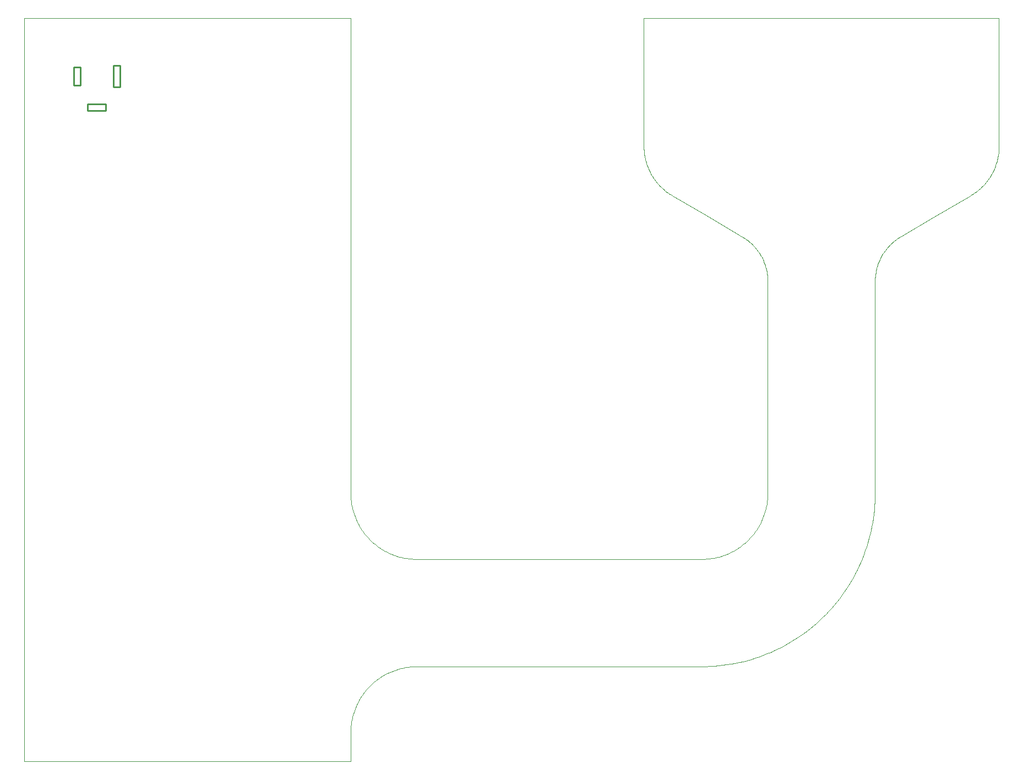
<source format=gbr>
G04 EAGLE Gerber RS-274X export*
G75*
%MOMM*%
%FSLAX34Y34*%
%LPD*%
%INFlex Profile*%
%IPPOS*%
%AMOC8*
5,1,8,0,0,1.08239X$1,22.5*%
G01*
%ADD10C,0.000000*%
%ADD11C,0.254000*%


D10*
X0Y0D02*
X501650Y0D01*
X501650Y412750D02*
X501650Y1143000D01*
X0Y1143000D01*
X0Y0D01*
X1143000Y412750D02*
X1143000Y730250D01*
X1041400Y311150D02*
X603250Y311150D01*
X501650Y44450D02*
X501650Y0D01*
X952500Y946150D02*
X952500Y1143000D01*
X1498600Y1143000D02*
X1498600Y946150D01*
X1498600Y1143000D02*
X952500Y1143000D01*
X952500Y946150D02*
X952525Y944049D01*
X952601Y941949D01*
X952727Y939852D01*
X952903Y937758D01*
X953130Y935669D01*
X953406Y933586D01*
X953733Y931510D01*
X954109Y929443D01*
X954535Y927386D01*
X955010Y925339D01*
X955534Y923304D01*
X956106Y921282D01*
X956727Y919275D01*
X957396Y917283D01*
X958113Y915308D01*
X958877Y913351D01*
X959688Y911412D01*
X960544Y909494D01*
X961447Y907596D01*
X962395Y905721D01*
X963388Y903869D01*
X964425Y902042D01*
X965505Y900240D01*
X966628Y898464D01*
X967794Y896716D01*
X969001Y894996D01*
X970250Y893306D01*
X971538Y891646D01*
X972866Y890017D01*
X974233Y888421D01*
X975637Y886859D01*
X977079Y885330D01*
X978557Y883836D01*
X980070Y882379D01*
X981618Y880958D01*
X983199Y879574D01*
X984813Y878229D01*
X986460Y876923D01*
X988136Y875657D01*
X989843Y874432D01*
X991579Y873248D01*
X993343Y872106D01*
X995133Y871006D01*
X996950Y869950D01*
X1051197Y838661D01*
X1104900Y806450D01*
X1454150Y869950D02*
X1455967Y871006D01*
X1457757Y872106D01*
X1459521Y873248D01*
X1461257Y874432D01*
X1462964Y875657D01*
X1464640Y876923D01*
X1466287Y878229D01*
X1467901Y879574D01*
X1469482Y880958D01*
X1471030Y882379D01*
X1472543Y883836D01*
X1474021Y885330D01*
X1475463Y886859D01*
X1476867Y888421D01*
X1478234Y890017D01*
X1479562Y891646D01*
X1480850Y893306D01*
X1482099Y894996D01*
X1483306Y896716D01*
X1484472Y898464D01*
X1485595Y900240D01*
X1486675Y902042D01*
X1487712Y903869D01*
X1488705Y905721D01*
X1489653Y907596D01*
X1490556Y909494D01*
X1491412Y911412D01*
X1492223Y913351D01*
X1492987Y915308D01*
X1493704Y917283D01*
X1494373Y919275D01*
X1494994Y921282D01*
X1495566Y923304D01*
X1496090Y925339D01*
X1496565Y927386D01*
X1496991Y929443D01*
X1497367Y931510D01*
X1497694Y933586D01*
X1497970Y935669D01*
X1498197Y937758D01*
X1498373Y939852D01*
X1498499Y941949D01*
X1498575Y944049D01*
X1498600Y946150D01*
X1454150Y869950D02*
X1399903Y838661D01*
X1346200Y806450D01*
X603250Y311150D02*
X600795Y311180D01*
X598341Y311269D01*
X595891Y311417D01*
X593444Y311624D01*
X591003Y311891D01*
X588570Y312216D01*
X586145Y312600D01*
X583730Y313043D01*
X581326Y313544D01*
X578936Y314102D01*
X576559Y314719D01*
X574198Y315392D01*
X571854Y316123D01*
X569528Y316910D01*
X567222Y317752D01*
X564937Y318651D01*
X562675Y319604D01*
X560436Y320612D01*
X558222Y321673D01*
X556034Y322788D01*
X553874Y323955D01*
X551743Y325174D01*
X549642Y326444D01*
X547572Y327765D01*
X545535Y329135D01*
X543531Y330554D01*
X541562Y332021D01*
X539630Y333535D01*
X537734Y335096D01*
X535877Y336701D01*
X534059Y338352D01*
X532281Y340045D01*
X530545Y341781D01*
X528852Y343559D01*
X527201Y345377D01*
X525596Y347234D01*
X524035Y349130D01*
X522521Y351062D01*
X521054Y353031D01*
X519635Y355035D01*
X518265Y357072D01*
X516944Y359142D01*
X515674Y361243D01*
X514455Y363374D01*
X513288Y365534D01*
X512173Y367722D01*
X511112Y369936D01*
X510104Y372175D01*
X509151Y374437D01*
X508252Y376722D01*
X507410Y379028D01*
X506623Y381354D01*
X505892Y383698D01*
X505219Y386059D01*
X504602Y388436D01*
X504044Y390826D01*
X503543Y393230D01*
X503100Y395645D01*
X502716Y398070D01*
X502391Y400503D01*
X502124Y402944D01*
X501917Y405391D01*
X501769Y407841D01*
X501680Y410295D01*
X501650Y412750D01*
X603250Y146050D02*
X600795Y146020D01*
X598341Y145931D01*
X595891Y145783D01*
X593444Y145576D01*
X591003Y145309D01*
X588570Y144984D01*
X586145Y144600D01*
X583730Y144157D01*
X581326Y143656D01*
X578936Y143098D01*
X576559Y142481D01*
X574198Y141808D01*
X571854Y141077D01*
X569528Y140290D01*
X567222Y139448D01*
X564937Y138549D01*
X562675Y137596D01*
X560436Y136588D01*
X558222Y135527D01*
X556034Y134412D01*
X553874Y133245D01*
X551743Y132026D01*
X549642Y130756D01*
X547572Y129435D01*
X545535Y128065D01*
X543531Y126646D01*
X541562Y125179D01*
X539630Y123665D01*
X537734Y122104D01*
X535877Y120499D01*
X534059Y118848D01*
X532281Y117155D01*
X530545Y115419D01*
X528852Y113641D01*
X527201Y111823D01*
X525596Y109966D01*
X524035Y108070D01*
X522521Y106138D01*
X521054Y104169D01*
X519635Y102165D01*
X518265Y100128D01*
X516944Y98058D01*
X515674Y95957D01*
X514455Y93826D01*
X513288Y91666D01*
X512173Y89478D01*
X511112Y87264D01*
X510104Y85025D01*
X509151Y82763D01*
X508252Y80478D01*
X507410Y78172D01*
X506623Y75846D01*
X505892Y73502D01*
X505219Y71141D01*
X504602Y68764D01*
X504044Y66374D01*
X503543Y63970D01*
X503100Y61555D01*
X502716Y59130D01*
X502391Y56697D01*
X502124Y54256D01*
X501917Y51809D01*
X501769Y49359D01*
X501680Y46905D01*
X501650Y44450D01*
X1041400Y311150D02*
X1043855Y311180D01*
X1046309Y311269D01*
X1048759Y311417D01*
X1051206Y311624D01*
X1053647Y311891D01*
X1056080Y312216D01*
X1058505Y312600D01*
X1060920Y313043D01*
X1063324Y313544D01*
X1065714Y314102D01*
X1068091Y314719D01*
X1070452Y315392D01*
X1072796Y316123D01*
X1075122Y316910D01*
X1077428Y317752D01*
X1079713Y318651D01*
X1081975Y319604D01*
X1084214Y320612D01*
X1086428Y321673D01*
X1088616Y322788D01*
X1090776Y323955D01*
X1092907Y325174D01*
X1095008Y326444D01*
X1097078Y327765D01*
X1099115Y329135D01*
X1101119Y330554D01*
X1103088Y332021D01*
X1105020Y333535D01*
X1106916Y335096D01*
X1108773Y336701D01*
X1110591Y338352D01*
X1112369Y340045D01*
X1114105Y341781D01*
X1115798Y343559D01*
X1117449Y345377D01*
X1119054Y347234D01*
X1120615Y349130D01*
X1122129Y351062D01*
X1123596Y353031D01*
X1125015Y355035D01*
X1126385Y357072D01*
X1127706Y359142D01*
X1128976Y361243D01*
X1130195Y363374D01*
X1131362Y365534D01*
X1132477Y367722D01*
X1133538Y369936D01*
X1134546Y372175D01*
X1135499Y374437D01*
X1136398Y376722D01*
X1137240Y379028D01*
X1138027Y381354D01*
X1138758Y383698D01*
X1139431Y386059D01*
X1140048Y388436D01*
X1140606Y390826D01*
X1141107Y393230D01*
X1141550Y395645D01*
X1141934Y398070D01*
X1142259Y400503D01*
X1142526Y402944D01*
X1142733Y405391D01*
X1142881Y407841D01*
X1142970Y410295D01*
X1143000Y412750D01*
X1308100Y412750D02*
X1308100Y730250D01*
X1041400Y146050D02*
X603250Y146050D01*
X1041400Y146050D02*
X1047844Y146128D01*
X1054285Y146361D01*
X1060718Y146751D01*
X1067140Y147295D01*
X1073547Y147995D01*
X1079935Y148849D01*
X1086301Y149857D01*
X1092640Y151019D01*
X1098950Y152333D01*
X1105225Y153800D01*
X1111464Y155418D01*
X1117662Y157186D01*
X1123815Y159103D01*
X1129920Y161169D01*
X1135973Y163381D01*
X1141971Y165739D01*
X1147911Y168242D01*
X1153788Y170887D01*
X1159599Y173673D01*
X1165342Y176599D01*
X1171012Y179663D01*
X1176606Y182863D01*
X1182122Y186197D01*
X1187555Y189663D01*
X1192903Y193260D01*
X1198162Y196985D01*
X1203330Y200836D01*
X1208404Y204811D01*
X1213379Y208907D01*
X1218255Y213122D01*
X1223027Y217454D01*
X1227693Y221900D01*
X1232250Y226457D01*
X1236696Y231123D01*
X1241028Y235895D01*
X1245243Y240771D01*
X1249339Y245746D01*
X1253314Y250820D01*
X1257165Y255988D01*
X1260890Y261247D01*
X1264487Y266595D01*
X1267953Y272028D01*
X1271287Y277544D01*
X1274487Y283138D01*
X1277551Y288808D01*
X1280477Y294551D01*
X1283263Y300362D01*
X1285908Y306239D01*
X1288411Y312179D01*
X1290769Y318177D01*
X1292981Y324230D01*
X1295047Y330335D01*
X1296964Y336488D01*
X1298732Y342686D01*
X1300350Y348925D01*
X1301817Y355200D01*
X1303131Y361510D01*
X1304293Y367849D01*
X1305301Y374215D01*
X1306155Y380603D01*
X1306855Y387010D01*
X1307399Y393432D01*
X1307789Y399865D01*
X1308022Y406306D01*
X1308100Y412750D01*
X1142999Y739775D02*
X1142944Y741729D01*
X1142840Y743680D01*
X1142688Y745629D01*
X1142489Y747573D01*
X1142242Y749511D01*
X1141948Y751443D01*
X1141606Y753368D01*
X1141217Y755283D01*
X1140782Y757188D01*
X1140300Y759082D01*
X1139771Y760963D01*
X1139197Y762831D01*
X1138576Y764684D01*
X1137911Y766522D01*
X1137201Y768342D01*
X1136446Y770145D01*
X1135647Y771929D01*
X1134805Y773692D01*
X1133920Y775434D01*
X1132992Y777155D01*
X1132023Y778851D01*
X1131012Y780524D01*
X1129960Y782171D01*
X1128868Y783792D01*
X1127737Y785386D01*
X1126567Y786951D01*
X1125359Y788487D01*
X1124114Y789993D01*
X1122832Y791469D01*
X1121515Y792912D01*
X1120162Y794322D01*
X1118775Y795699D01*
X1117355Y797042D01*
X1115902Y798349D01*
X1114418Y799620D01*
X1112903Y800855D01*
X1111358Y802052D01*
X1109785Y803210D01*
X1108183Y804330D01*
X1106554Y805410D01*
X1104900Y806450D01*
X1308101Y739775D02*
X1308156Y741729D01*
X1308260Y743680D01*
X1308412Y745629D01*
X1308611Y747573D01*
X1308858Y749511D01*
X1309152Y751443D01*
X1309494Y753368D01*
X1309883Y755283D01*
X1310318Y757188D01*
X1310800Y759082D01*
X1311329Y760963D01*
X1311903Y762831D01*
X1312524Y764684D01*
X1313189Y766522D01*
X1313899Y768342D01*
X1314654Y770145D01*
X1315453Y771929D01*
X1316295Y773692D01*
X1317180Y775434D01*
X1318108Y777155D01*
X1319077Y778851D01*
X1320088Y780524D01*
X1321140Y782171D01*
X1322232Y783792D01*
X1323363Y785386D01*
X1324533Y786951D01*
X1325741Y788487D01*
X1326986Y789993D01*
X1328268Y791469D01*
X1329585Y792912D01*
X1330938Y794322D01*
X1332325Y795699D01*
X1333745Y797042D01*
X1335198Y798349D01*
X1336682Y799620D01*
X1338197Y800855D01*
X1339742Y802052D01*
X1341315Y803210D01*
X1342917Y804330D01*
X1344546Y805410D01*
X1346200Y806450D01*
X1142999Y739775D02*
X1143038Y735013D01*
X1142999Y730251D01*
X1308101Y730251D02*
X1308062Y735013D01*
X1308101Y739775D01*
D11*
X76125Y1040100D02*
X86125Y1040100D01*
X86125Y1068100D01*
X76125Y1068100D01*
X76125Y1040100D01*
X137125Y1037600D02*
X147125Y1037600D01*
X147125Y1070600D01*
X137125Y1070600D01*
X137125Y1037600D01*
X97125Y1001100D02*
X125125Y1001100D01*
X125125Y1011100D01*
X97125Y1011100D01*
X97125Y1001100D01*
M02*

</source>
